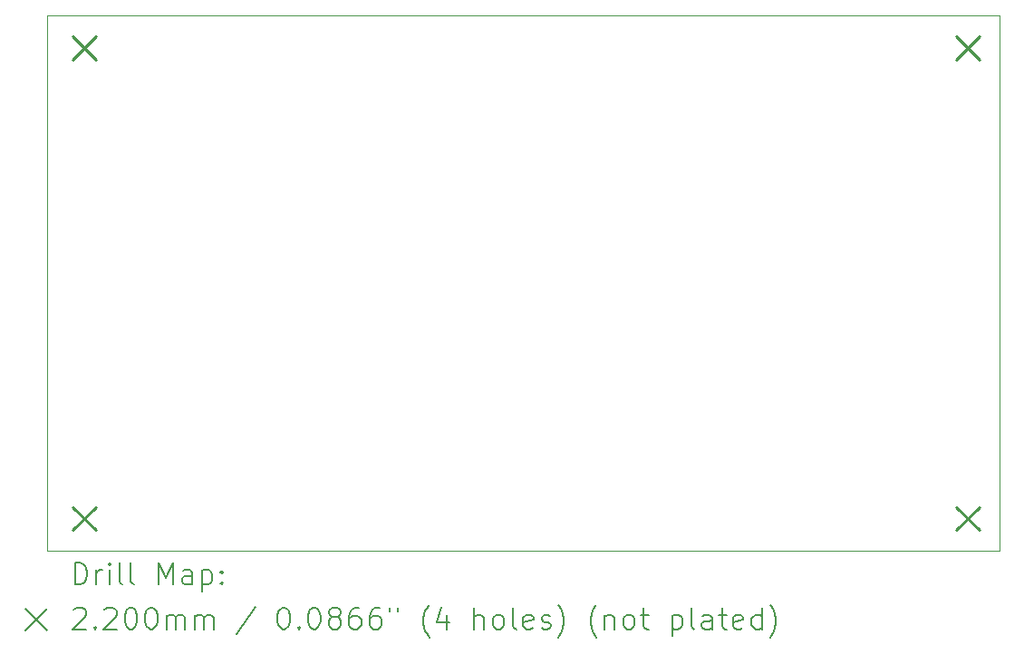
<source format=gbr>
%TF.GenerationSoftware,KiCad,Pcbnew,9.0.2*%
%TF.CreationDate,2025-06-21T01:00:04+02:00*%
%TF.ProjectId,schaltung,73636861-6c74-4756-9e67-2e6b69636164,B*%
%TF.SameCoordinates,Original*%
%TF.FileFunction,Drillmap*%
%TF.FilePolarity,Positive*%
%FSLAX45Y45*%
G04 Gerber Fmt 4.5, Leading zero omitted, Abs format (unit mm)*
G04 Created by KiCad (PCBNEW 9.0.2) date 2025-06-21 01:00:04*
%MOMM*%
%LPD*%
G01*
G04 APERTURE LIST*
%ADD10C,0.050000*%
%ADD11C,0.200000*%
%ADD12C,0.220000*%
G04 APERTURE END LIST*
D10*
X7350000Y-4900000D02*
X16250000Y-4900000D01*
X16250000Y-9900000D01*
X7350000Y-9900000D01*
X7350000Y-4900000D01*
D11*
D12*
X7590000Y-5090000D02*
X7810000Y-5310000D01*
X7810000Y-5090000D02*
X7590000Y-5310000D01*
X7590000Y-9490000D02*
X7810000Y-9710000D01*
X7810000Y-9490000D02*
X7590000Y-9710000D01*
X15840000Y-5090000D02*
X16060000Y-5310000D01*
X16060000Y-5090000D02*
X15840000Y-5310000D01*
X15840000Y-9490000D02*
X16060000Y-9710000D01*
X16060000Y-9490000D02*
X15840000Y-9710000D01*
D11*
X7608277Y-10213984D02*
X7608277Y-10013984D01*
X7608277Y-10013984D02*
X7655896Y-10013984D01*
X7655896Y-10013984D02*
X7684467Y-10023508D01*
X7684467Y-10023508D02*
X7703515Y-10042555D01*
X7703515Y-10042555D02*
X7713039Y-10061603D01*
X7713039Y-10061603D02*
X7722562Y-10099698D01*
X7722562Y-10099698D02*
X7722562Y-10128270D01*
X7722562Y-10128270D02*
X7713039Y-10166365D01*
X7713039Y-10166365D02*
X7703515Y-10185412D01*
X7703515Y-10185412D02*
X7684467Y-10204460D01*
X7684467Y-10204460D02*
X7655896Y-10213984D01*
X7655896Y-10213984D02*
X7608277Y-10213984D01*
X7808277Y-10213984D02*
X7808277Y-10080650D01*
X7808277Y-10118746D02*
X7817801Y-10099698D01*
X7817801Y-10099698D02*
X7827324Y-10090174D01*
X7827324Y-10090174D02*
X7846372Y-10080650D01*
X7846372Y-10080650D02*
X7865420Y-10080650D01*
X7932086Y-10213984D02*
X7932086Y-10080650D01*
X7932086Y-10013984D02*
X7922562Y-10023508D01*
X7922562Y-10023508D02*
X7932086Y-10033031D01*
X7932086Y-10033031D02*
X7941610Y-10023508D01*
X7941610Y-10023508D02*
X7932086Y-10013984D01*
X7932086Y-10013984D02*
X7932086Y-10033031D01*
X8055896Y-10213984D02*
X8036848Y-10204460D01*
X8036848Y-10204460D02*
X8027324Y-10185412D01*
X8027324Y-10185412D02*
X8027324Y-10013984D01*
X8160658Y-10213984D02*
X8141610Y-10204460D01*
X8141610Y-10204460D02*
X8132086Y-10185412D01*
X8132086Y-10185412D02*
X8132086Y-10013984D01*
X8389229Y-10213984D02*
X8389229Y-10013984D01*
X8389229Y-10013984D02*
X8455896Y-10156841D01*
X8455896Y-10156841D02*
X8522563Y-10013984D01*
X8522563Y-10013984D02*
X8522563Y-10213984D01*
X8703515Y-10213984D02*
X8703515Y-10109222D01*
X8703515Y-10109222D02*
X8693991Y-10090174D01*
X8693991Y-10090174D02*
X8674944Y-10080650D01*
X8674944Y-10080650D02*
X8636848Y-10080650D01*
X8636848Y-10080650D02*
X8617801Y-10090174D01*
X8703515Y-10204460D02*
X8684467Y-10213984D01*
X8684467Y-10213984D02*
X8636848Y-10213984D01*
X8636848Y-10213984D02*
X8617801Y-10204460D01*
X8617801Y-10204460D02*
X8608277Y-10185412D01*
X8608277Y-10185412D02*
X8608277Y-10166365D01*
X8608277Y-10166365D02*
X8617801Y-10147317D01*
X8617801Y-10147317D02*
X8636848Y-10137793D01*
X8636848Y-10137793D02*
X8684467Y-10137793D01*
X8684467Y-10137793D02*
X8703515Y-10128270D01*
X8798753Y-10080650D02*
X8798753Y-10280650D01*
X8798753Y-10090174D02*
X8817801Y-10080650D01*
X8817801Y-10080650D02*
X8855896Y-10080650D01*
X8855896Y-10080650D02*
X8874944Y-10090174D01*
X8874944Y-10090174D02*
X8884467Y-10099698D01*
X8884467Y-10099698D02*
X8893991Y-10118746D01*
X8893991Y-10118746D02*
X8893991Y-10175889D01*
X8893991Y-10175889D02*
X8884467Y-10194936D01*
X8884467Y-10194936D02*
X8874944Y-10204460D01*
X8874944Y-10204460D02*
X8855896Y-10213984D01*
X8855896Y-10213984D02*
X8817801Y-10213984D01*
X8817801Y-10213984D02*
X8798753Y-10204460D01*
X8979705Y-10194936D02*
X8989229Y-10204460D01*
X8989229Y-10204460D02*
X8979705Y-10213984D01*
X8979705Y-10213984D02*
X8970182Y-10204460D01*
X8970182Y-10204460D02*
X8979705Y-10194936D01*
X8979705Y-10194936D02*
X8979705Y-10213984D01*
X8979705Y-10090174D02*
X8989229Y-10099698D01*
X8989229Y-10099698D02*
X8979705Y-10109222D01*
X8979705Y-10109222D02*
X8970182Y-10099698D01*
X8970182Y-10099698D02*
X8979705Y-10090174D01*
X8979705Y-10090174D02*
X8979705Y-10109222D01*
X7147500Y-10442500D02*
X7347500Y-10642500D01*
X7347500Y-10442500D02*
X7147500Y-10642500D01*
X7598753Y-10453031D02*
X7608277Y-10443508D01*
X7608277Y-10443508D02*
X7627324Y-10433984D01*
X7627324Y-10433984D02*
X7674943Y-10433984D01*
X7674943Y-10433984D02*
X7693991Y-10443508D01*
X7693991Y-10443508D02*
X7703515Y-10453031D01*
X7703515Y-10453031D02*
X7713039Y-10472079D01*
X7713039Y-10472079D02*
X7713039Y-10491127D01*
X7713039Y-10491127D02*
X7703515Y-10519698D01*
X7703515Y-10519698D02*
X7589229Y-10633984D01*
X7589229Y-10633984D02*
X7713039Y-10633984D01*
X7798753Y-10614936D02*
X7808277Y-10624460D01*
X7808277Y-10624460D02*
X7798753Y-10633984D01*
X7798753Y-10633984D02*
X7789229Y-10624460D01*
X7789229Y-10624460D02*
X7798753Y-10614936D01*
X7798753Y-10614936D02*
X7798753Y-10633984D01*
X7884467Y-10453031D02*
X7893991Y-10443508D01*
X7893991Y-10443508D02*
X7913039Y-10433984D01*
X7913039Y-10433984D02*
X7960658Y-10433984D01*
X7960658Y-10433984D02*
X7979705Y-10443508D01*
X7979705Y-10443508D02*
X7989229Y-10453031D01*
X7989229Y-10453031D02*
X7998753Y-10472079D01*
X7998753Y-10472079D02*
X7998753Y-10491127D01*
X7998753Y-10491127D02*
X7989229Y-10519698D01*
X7989229Y-10519698D02*
X7874943Y-10633984D01*
X7874943Y-10633984D02*
X7998753Y-10633984D01*
X8122562Y-10433984D02*
X8141610Y-10433984D01*
X8141610Y-10433984D02*
X8160658Y-10443508D01*
X8160658Y-10443508D02*
X8170182Y-10453031D01*
X8170182Y-10453031D02*
X8179705Y-10472079D01*
X8179705Y-10472079D02*
X8189229Y-10510174D01*
X8189229Y-10510174D02*
X8189229Y-10557793D01*
X8189229Y-10557793D02*
X8179705Y-10595889D01*
X8179705Y-10595889D02*
X8170182Y-10614936D01*
X8170182Y-10614936D02*
X8160658Y-10624460D01*
X8160658Y-10624460D02*
X8141610Y-10633984D01*
X8141610Y-10633984D02*
X8122562Y-10633984D01*
X8122562Y-10633984D02*
X8103515Y-10624460D01*
X8103515Y-10624460D02*
X8093991Y-10614936D01*
X8093991Y-10614936D02*
X8084467Y-10595889D01*
X8084467Y-10595889D02*
X8074943Y-10557793D01*
X8074943Y-10557793D02*
X8074943Y-10510174D01*
X8074943Y-10510174D02*
X8084467Y-10472079D01*
X8084467Y-10472079D02*
X8093991Y-10453031D01*
X8093991Y-10453031D02*
X8103515Y-10443508D01*
X8103515Y-10443508D02*
X8122562Y-10433984D01*
X8313039Y-10433984D02*
X8332086Y-10433984D01*
X8332086Y-10433984D02*
X8351134Y-10443508D01*
X8351134Y-10443508D02*
X8360658Y-10453031D01*
X8360658Y-10453031D02*
X8370182Y-10472079D01*
X8370182Y-10472079D02*
X8379705Y-10510174D01*
X8379705Y-10510174D02*
X8379705Y-10557793D01*
X8379705Y-10557793D02*
X8370182Y-10595889D01*
X8370182Y-10595889D02*
X8360658Y-10614936D01*
X8360658Y-10614936D02*
X8351134Y-10624460D01*
X8351134Y-10624460D02*
X8332086Y-10633984D01*
X8332086Y-10633984D02*
X8313039Y-10633984D01*
X8313039Y-10633984D02*
X8293991Y-10624460D01*
X8293991Y-10624460D02*
X8284467Y-10614936D01*
X8284467Y-10614936D02*
X8274943Y-10595889D01*
X8274943Y-10595889D02*
X8265420Y-10557793D01*
X8265420Y-10557793D02*
X8265420Y-10510174D01*
X8265420Y-10510174D02*
X8274943Y-10472079D01*
X8274943Y-10472079D02*
X8284467Y-10453031D01*
X8284467Y-10453031D02*
X8293991Y-10443508D01*
X8293991Y-10443508D02*
X8313039Y-10433984D01*
X8465420Y-10633984D02*
X8465420Y-10500650D01*
X8465420Y-10519698D02*
X8474944Y-10510174D01*
X8474944Y-10510174D02*
X8493991Y-10500650D01*
X8493991Y-10500650D02*
X8522563Y-10500650D01*
X8522563Y-10500650D02*
X8541610Y-10510174D01*
X8541610Y-10510174D02*
X8551134Y-10529222D01*
X8551134Y-10529222D02*
X8551134Y-10633984D01*
X8551134Y-10529222D02*
X8560658Y-10510174D01*
X8560658Y-10510174D02*
X8579705Y-10500650D01*
X8579705Y-10500650D02*
X8608277Y-10500650D01*
X8608277Y-10500650D02*
X8627325Y-10510174D01*
X8627325Y-10510174D02*
X8636848Y-10529222D01*
X8636848Y-10529222D02*
X8636848Y-10633984D01*
X8732086Y-10633984D02*
X8732086Y-10500650D01*
X8732086Y-10519698D02*
X8741610Y-10510174D01*
X8741610Y-10510174D02*
X8760658Y-10500650D01*
X8760658Y-10500650D02*
X8789229Y-10500650D01*
X8789229Y-10500650D02*
X8808277Y-10510174D01*
X8808277Y-10510174D02*
X8817801Y-10529222D01*
X8817801Y-10529222D02*
X8817801Y-10633984D01*
X8817801Y-10529222D02*
X8827325Y-10510174D01*
X8827325Y-10510174D02*
X8846372Y-10500650D01*
X8846372Y-10500650D02*
X8874944Y-10500650D01*
X8874944Y-10500650D02*
X8893991Y-10510174D01*
X8893991Y-10510174D02*
X8903515Y-10529222D01*
X8903515Y-10529222D02*
X8903515Y-10633984D01*
X9293991Y-10424460D02*
X9122563Y-10681603D01*
X9551134Y-10433984D02*
X9570182Y-10433984D01*
X9570182Y-10433984D02*
X9589229Y-10443508D01*
X9589229Y-10443508D02*
X9598753Y-10453031D01*
X9598753Y-10453031D02*
X9608277Y-10472079D01*
X9608277Y-10472079D02*
X9617801Y-10510174D01*
X9617801Y-10510174D02*
X9617801Y-10557793D01*
X9617801Y-10557793D02*
X9608277Y-10595889D01*
X9608277Y-10595889D02*
X9598753Y-10614936D01*
X9598753Y-10614936D02*
X9589229Y-10624460D01*
X9589229Y-10624460D02*
X9570182Y-10633984D01*
X9570182Y-10633984D02*
X9551134Y-10633984D01*
X9551134Y-10633984D02*
X9532087Y-10624460D01*
X9532087Y-10624460D02*
X9522563Y-10614936D01*
X9522563Y-10614936D02*
X9513039Y-10595889D01*
X9513039Y-10595889D02*
X9503515Y-10557793D01*
X9503515Y-10557793D02*
X9503515Y-10510174D01*
X9503515Y-10510174D02*
X9513039Y-10472079D01*
X9513039Y-10472079D02*
X9522563Y-10453031D01*
X9522563Y-10453031D02*
X9532087Y-10443508D01*
X9532087Y-10443508D02*
X9551134Y-10433984D01*
X9703515Y-10614936D02*
X9713039Y-10624460D01*
X9713039Y-10624460D02*
X9703515Y-10633984D01*
X9703515Y-10633984D02*
X9693991Y-10624460D01*
X9693991Y-10624460D02*
X9703515Y-10614936D01*
X9703515Y-10614936D02*
X9703515Y-10633984D01*
X9836848Y-10433984D02*
X9855896Y-10433984D01*
X9855896Y-10433984D02*
X9874944Y-10443508D01*
X9874944Y-10443508D02*
X9884468Y-10453031D01*
X9884468Y-10453031D02*
X9893991Y-10472079D01*
X9893991Y-10472079D02*
X9903515Y-10510174D01*
X9903515Y-10510174D02*
X9903515Y-10557793D01*
X9903515Y-10557793D02*
X9893991Y-10595889D01*
X9893991Y-10595889D02*
X9884468Y-10614936D01*
X9884468Y-10614936D02*
X9874944Y-10624460D01*
X9874944Y-10624460D02*
X9855896Y-10633984D01*
X9855896Y-10633984D02*
X9836848Y-10633984D01*
X9836848Y-10633984D02*
X9817801Y-10624460D01*
X9817801Y-10624460D02*
X9808277Y-10614936D01*
X9808277Y-10614936D02*
X9798753Y-10595889D01*
X9798753Y-10595889D02*
X9789229Y-10557793D01*
X9789229Y-10557793D02*
X9789229Y-10510174D01*
X9789229Y-10510174D02*
X9798753Y-10472079D01*
X9798753Y-10472079D02*
X9808277Y-10453031D01*
X9808277Y-10453031D02*
X9817801Y-10443508D01*
X9817801Y-10443508D02*
X9836848Y-10433984D01*
X10017801Y-10519698D02*
X9998753Y-10510174D01*
X9998753Y-10510174D02*
X9989229Y-10500650D01*
X9989229Y-10500650D02*
X9979706Y-10481603D01*
X9979706Y-10481603D02*
X9979706Y-10472079D01*
X9979706Y-10472079D02*
X9989229Y-10453031D01*
X9989229Y-10453031D02*
X9998753Y-10443508D01*
X9998753Y-10443508D02*
X10017801Y-10433984D01*
X10017801Y-10433984D02*
X10055896Y-10433984D01*
X10055896Y-10433984D02*
X10074944Y-10443508D01*
X10074944Y-10443508D02*
X10084468Y-10453031D01*
X10084468Y-10453031D02*
X10093991Y-10472079D01*
X10093991Y-10472079D02*
X10093991Y-10481603D01*
X10093991Y-10481603D02*
X10084468Y-10500650D01*
X10084468Y-10500650D02*
X10074944Y-10510174D01*
X10074944Y-10510174D02*
X10055896Y-10519698D01*
X10055896Y-10519698D02*
X10017801Y-10519698D01*
X10017801Y-10519698D02*
X9998753Y-10529222D01*
X9998753Y-10529222D02*
X9989229Y-10538746D01*
X9989229Y-10538746D02*
X9979706Y-10557793D01*
X9979706Y-10557793D02*
X9979706Y-10595889D01*
X9979706Y-10595889D02*
X9989229Y-10614936D01*
X9989229Y-10614936D02*
X9998753Y-10624460D01*
X9998753Y-10624460D02*
X10017801Y-10633984D01*
X10017801Y-10633984D02*
X10055896Y-10633984D01*
X10055896Y-10633984D02*
X10074944Y-10624460D01*
X10074944Y-10624460D02*
X10084468Y-10614936D01*
X10084468Y-10614936D02*
X10093991Y-10595889D01*
X10093991Y-10595889D02*
X10093991Y-10557793D01*
X10093991Y-10557793D02*
X10084468Y-10538746D01*
X10084468Y-10538746D02*
X10074944Y-10529222D01*
X10074944Y-10529222D02*
X10055896Y-10519698D01*
X10265420Y-10433984D02*
X10227325Y-10433984D01*
X10227325Y-10433984D02*
X10208277Y-10443508D01*
X10208277Y-10443508D02*
X10198753Y-10453031D01*
X10198753Y-10453031D02*
X10179706Y-10481603D01*
X10179706Y-10481603D02*
X10170182Y-10519698D01*
X10170182Y-10519698D02*
X10170182Y-10595889D01*
X10170182Y-10595889D02*
X10179706Y-10614936D01*
X10179706Y-10614936D02*
X10189229Y-10624460D01*
X10189229Y-10624460D02*
X10208277Y-10633984D01*
X10208277Y-10633984D02*
X10246372Y-10633984D01*
X10246372Y-10633984D02*
X10265420Y-10624460D01*
X10265420Y-10624460D02*
X10274944Y-10614936D01*
X10274944Y-10614936D02*
X10284468Y-10595889D01*
X10284468Y-10595889D02*
X10284468Y-10548270D01*
X10284468Y-10548270D02*
X10274944Y-10529222D01*
X10274944Y-10529222D02*
X10265420Y-10519698D01*
X10265420Y-10519698D02*
X10246372Y-10510174D01*
X10246372Y-10510174D02*
X10208277Y-10510174D01*
X10208277Y-10510174D02*
X10189229Y-10519698D01*
X10189229Y-10519698D02*
X10179706Y-10529222D01*
X10179706Y-10529222D02*
X10170182Y-10548270D01*
X10455896Y-10433984D02*
X10417801Y-10433984D01*
X10417801Y-10433984D02*
X10398753Y-10443508D01*
X10398753Y-10443508D02*
X10389229Y-10453031D01*
X10389229Y-10453031D02*
X10370182Y-10481603D01*
X10370182Y-10481603D02*
X10360658Y-10519698D01*
X10360658Y-10519698D02*
X10360658Y-10595889D01*
X10360658Y-10595889D02*
X10370182Y-10614936D01*
X10370182Y-10614936D02*
X10379706Y-10624460D01*
X10379706Y-10624460D02*
X10398753Y-10633984D01*
X10398753Y-10633984D02*
X10436849Y-10633984D01*
X10436849Y-10633984D02*
X10455896Y-10624460D01*
X10455896Y-10624460D02*
X10465420Y-10614936D01*
X10465420Y-10614936D02*
X10474944Y-10595889D01*
X10474944Y-10595889D02*
X10474944Y-10548270D01*
X10474944Y-10548270D02*
X10465420Y-10529222D01*
X10465420Y-10529222D02*
X10455896Y-10519698D01*
X10455896Y-10519698D02*
X10436849Y-10510174D01*
X10436849Y-10510174D02*
X10398753Y-10510174D01*
X10398753Y-10510174D02*
X10379706Y-10519698D01*
X10379706Y-10519698D02*
X10370182Y-10529222D01*
X10370182Y-10529222D02*
X10360658Y-10548270D01*
X10551134Y-10433984D02*
X10551134Y-10472079D01*
X10627325Y-10433984D02*
X10627325Y-10472079D01*
X10922563Y-10710174D02*
X10913039Y-10700650D01*
X10913039Y-10700650D02*
X10893991Y-10672079D01*
X10893991Y-10672079D02*
X10884468Y-10653031D01*
X10884468Y-10653031D02*
X10874944Y-10624460D01*
X10874944Y-10624460D02*
X10865420Y-10576841D01*
X10865420Y-10576841D02*
X10865420Y-10538746D01*
X10865420Y-10538746D02*
X10874944Y-10491127D01*
X10874944Y-10491127D02*
X10884468Y-10462555D01*
X10884468Y-10462555D02*
X10893991Y-10443508D01*
X10893991Y-10443508D02*
X10913039Y-10414936D01*
X10913039Y-10414936D02*
X10922563Y-10405412D01*
X11084468Y-10500650D02*
X11084468Y-10633984D01*
X11036849Y-10424460D02*
X10989230Y-10567317D01*
X10989230Y-10567317D02*
X11113039Y-10567317D01*
X11341610Y-10633984D02*
X11341610Y-10433984D01*
X11427325Y-10633984D02*
X11427325Y-10529222D01*
X11427325Y-10529222D02*
X11417801Y-10510174D01*
X11417801Y-10510174D02*
X11398753Y-10500650D01*
X11398753Y-10500650D02*
X11370182Y-10500650D01*
X11370182Y-10500650D02*
X11351134Y-10510174D01*
X11351134Y-10510174D02*
X11341610Y-10519698D01*
X11551134Y-10633984D02*
X11532087Y-10624460D01*
X11532087Y-10624460D02*
X11522563Y-10614936D01*
X11522563Y-10614936D02*
X11513039Y-10595889D01*
X11513039Y-10595889D02*
X11513039Y-10538746D01*
X11513039Y-10538746D02*
X11522563Y-10519698D01*
X11522563Y-10519698D02*
X11532087Y-10510174D01*
X11532087Y-10510174D02*
X11551134Y-10500650D01*
X11551134Y-10500650D02*
X11579706Y-10500650D01*
X11579706Y-10500650D02*
X11598753Y-10510174D01*
X11598753Y-10510174D02*
X11608277Y-10519698D01*
X11608277Y-10519698D02*
X11617801Y-10538746D01*
X11617801Y-10538746D02*
X11617801Y-10595889D01*
X11617801Y-10595889D02*
X11608277Y-10614936D01*
X11608277Y-10614936D02*
X11598753Y-10624460D01*
X11598753Y-10624460D02*
X11579706Y-10633984D01*
X11579706Y-10633984D02*
X11551134Y-10633984D01*
X11732087Y-10633984D02*
X11713039Y-10624460D01*
X11713039Y-10624460D02*
X11703515Y-10605412D01*
X11703515Y-10605412D02*
X11703515Y-10433984D01*
X11884468Y-10624460D02*
X11865420Y-10633984D01*
X11865420Y-10633984D02*
X11827325Y-10633984D01*
X11827325Y-10633984D02*
X11808277Y-10624460D01*
X11808277Y-10624460D02*
X11798753Y-10605412D01*
X11798753Y-10605412D02*
X11798753Y-10529222D01*
X11798753Y-10529222D02*
X11808277Y-10510174D01*
X11808277Y-10510174D02*
X11827325Y-10500650D01*
X11827325Y-10500650D02*
X11865420Y-10500650D01*
X11865420Y-10500650D02*
X11884468Y-10510174D01*
X11884468Y-10510174D02*
X11893991Y-10529222D01*
X11893991Y-10529222D02*
X11893991Y-10548270D01*
X11893991Y-10548270D02*
X11798753Y-10567317D01*
X11970182Y-10624460D02*
X11989230Y-10633984D01*
X11989230Y-10633984D02*
X12027325Y-10633984D01*
X12027325Y-10633984D02*
X12046372Y-10624460D01*
X12046372Y-10624460D02*
X12055896Y-10605412D01*
X12055896Y-10605412D02*
X12055896Y-10595889D01*
X12055896Y-10595889D02*
X12046372Y-10576841D01*
X12046372Y-10576841D02*
X12027325Y-10567317D01*
X12027325Y-10567317D02*
X11998753Y-10567317D01*
X11998753Y-10567317D02*
X11979706Y-10557793D01*
X11979706Y-10557793D02*
X11970182Y-10538746D01*
X11970182Y-10538746D02*
X11970182Y-10529222D01*
X11970182Y-10529222D02*
X11979706Y-10510174D01*
X11979706Y-10510174D02*
X11998753Y-10500650D01*
X11998753Y-10500650D02*
X12027325Y-10500650D01*
X12027325Y-10500650D02*
X12046372Y-10510174D01*
X12122563Y-10710174D02*
X12132087Y-10700650D01*
X12132087Y-10700650D02*
X12151134Y-10672079D01*
X12151134Y-10672079D02*
X12160658Y-10653031D01*
X12160658Y-10653031D02*
X12170182Y-10624460D01*
X12170182Y-10624460D02*
X12179706Y-10576841D01*
X12179706Y-10576841D02*
X12179706Y-10538746D01*
X12179706Y-10538746D02*
X12170182Y-10491127D01*
X12170182Y-10491127D02*
X12160658Y-10462555D01*
X12160658Y-10462555D02*
X12151134Y-10443508D01*
X12151134Y-10443508D02*
X12132087Y-10414936D01*
X12132087Y-10414936D02*
X12122563Y-10405412D01*
X12484468Y-10710174D02*
X12474944Y-10700650D01*
X12474944Y-10700650D02*
X12455896Y-10672079D01*
X12455896Y-10672079D02*
X12446372Y-10653031D01*
X12446372Y-10653031D02*
X12436849Y-10624460D01*
X12436849Y-10624460D02*
X12427325Y-10576841D01*
X12427325Y-10576841D02*
X12427325Y-10538746D01*
X12427325Y-10538746D02*
X12436849Y-10491127D01*
X12436849Y-10491127D02*
X12446372Y-10462555D01*
X12446372Y-10462555D02*
X12455896Y-10443508D01*
X12455896Y-10443508D02*
X12474944Y-10414936D01*
X12474944Y-10414936D02*
X12484468Y-10405412D01*
X12560658Y-10500650D02*
X12560658Y-10633984D01*
X12560658Y-10519698D02*
X12570182Y-10510174D01*
X12570182Y-10510174D02*
X12589230Y-10500650D01*
X12589230Y-10500650D02*
X12617801Y-10500650D01*
X12617801Y-10500650D02*
X12636849Y-10510174D01*
X12636849Y-10510174D02*
X12646372Y-10529222D01*
X12646372Y-10529222D02*
X12646372Y-10633984D01*
X12770182Y-10633984D02*
X12751134Y-10624460D01*
X12751134Y-10624460D02*
X12741611Y-10614936D01*
X12741611Y-10614936D02*
X12732087Y-10595889D01*
X12732087Y-10595889D02*
X12732087Y-10538746D01*
X12732087Y-10538746D02*
X12741611Y-10519698D01*
X12741611Y-10519698D02*
X12751134Y-10510174D01*
X12751134Y-10510174D02*
X12770182Y-10500650D01*
X12770182Y-10500650D02*
X12798753Y-10500650D01*
X12798753Y-10500650D02*
X12817801Y-10510174D01*
X12817801Y-10510174D02*
X12827325Y-10519698D01*
X12827325Y-10519698D02*
X12836849Y-10538746D01*
X12836849Y-10538746D02*
X12836849Y-10595889D01*
X12836849Y-10595889D02*
X12827325Y-10614936D01*
X12827325Y-10614936D02*
X12817801Y-10624460D01*
X12817801Y-10624460D02*
X12798753Y-10633984D01*
X12798753Y-10633984D02*
X12770182Y-10633984D01*
X12893992Y-10500650D02*
X12970182Y-10500650D01*
X12922563Y-10433984D02*
X12922563Y-10605412D01*
X12922563Y-10605412D02*
X12932087Y-10624460D01*
X12932087Y-10624460D02*
X12951134Y-10633984D01*
X12951134Y-10633984D02*
X12970182Y-10633984D01*
X13189230Y-10500650D02*
X13189230Y-10700650D01*
X13189230Y-10510174D02*
X13208277Y-10500650D01*
X13208277Y-10500650D02*
X13246373Y-10500650D01*
X13246373Y-10500650D02*
X13265420Y-10510174D01*
X13265420Y-10510174D02*
X13274944Y-10519698D01*
X13274944Y-10519698D02*
X13284468Y-10538746D01*
X13284468Y-10538746D02*
X13284468Y-10595889D01*
X13284468Y-10595889D02*
X13274944Y-10614936D01*
X13274944Y-10614936D02*
X13265420Y-10624460D01*
X13265420Y-10624460D02*
X13246373Y-10633984D01*
X13246373Y-10633984D02*
X13208277Y-10633984D01*
X13208277Y-10633984D02*
X13189230Y-10624460D01*
X13398753Y-10633984D02*
X13379706Y-10624460D01*
X13379706Y-10624460D02*
X13370182Y-10605412D01*
X13370182Y-10605412D02*
X13370182Y-10433984D01*
X13560658Y-10633984D02*
X13560658Y-10529222D01*
X13560658Y-10529222D02*
X13551134Y-10510174D01*
X13551134Y-10510174D02*
X13532087Y-10500650D01*
X13532087Y-10500650D02*
X13493992Y-10500650D01*
X13493992Y-10500650D02*
X13474944Y-10510174D01*
X13560658Y-10624460D02*
X13541611Y-10633984D01*
X13541611Y-10633984D02*
X13493992Y-10633984D01*
X13493992Y-10633984D02*
X13474944Y-10624460D01*
X13474944Y-10624460D02*
X13465420Y-10605412D01*
X13465420Y-10605412D02*
X13465420Y-10586365D01*
X13465420Y-10586365D02*
X13474944Y-10567317D01*
X13474944Y-10567317D02*
X13493992Y-10557793D01*
X13493992Y-10557793D02*
X13541611Y-10557793D01*
X13541611Y-10557793D02*
X13560658Y-10548270D01*
X13627325Y-10500650D02*
X13703515Y-10500650D01*
X13655896Y-10433984D02*
X13655896Y-10605412D01*
X13655896Y-10605412D02*
X13665420Y-10624460D01*
X13665420Y-10624460D02*
X13684468Y-10633984D01*
X13684468Y-10633984D02*
X13703515Y-10633984D01*
X13846373Y-10624460D02*
X13827325Y-10633984D01*
X13827325Y-10633984D02*
X13789230Y-10633984D01*
X13789230Y-10633984D02*
X13770182Y-10624460D01*
X13770182Y-10624460D02*
X13760658Y-10605412D01*
X13760658Y-10605412D02*
X13760658Y-10529222D01*
X13760658Y-10529222D02*
X13770182Y-10510174D01*
X13770182Y-10510174D02*
X13789230Y-10500650D01*
X13789230Y-10500650D02*
X13827325Y-10500650D01*
X13827325Y-10500650D02*
X13846373Y-10510174D01*
X13846373Y-10510174D02*
X13855896Y-10529222D01*
X13855896Y-10529222D02*
X13855896Y-10548270D01*
X13855896Y-10548270D02*
X13760658Y-10567317D01*
X14027325Y-10633984D02*
X14027325Y-10433984D01*
X14027325Y-10624460D02*
X14008277Y-10633984D01*
X14008277Y-10633984D02*
X13970182Y-10633984D01*
X13970182Y-10633984D02*
X13951134Y-10624460D01*
X13951134Y-10624460D02*
X13941611Y-10614936D01*
X13941611Y-10614936D02*
X13932087Y-10595889D01*
X13932087Y-10595889D02*
X13932087Y-10538746D01*
X13932087Y-10538746D02*
X13941611Y-10519698D01*
X13941611Y-10519698D02*
X13951134Y-10510174D01*
X13951134Y-10510174D02*
X13970182Y-10500650D01*
X13970182Y-10500650D02*
X14008277Y-10500650D01*
X14008277Y-10500650D02*
X14027325Y-10510174D01*
X14103515Y-10710174D02*
X14113039Y-10700650D01*
X14113039Y-10700650D02*
X14132087Y-10672079D01*
X14132087Y-10672079D02*
X14141611Y-10653031D01*
X14141611Y-10653031D02*
X14151134Y-10624460D01*
X14151134Y-10624460D02*
X14160658Y-10576841D01*
X14160658Y-10576841D02*
X14160658Y-10538746D01*
X14160658Y-10538746D02*
X14151134Y-10491127D01*
X14151134Y-10491127D02*
X14141611Y-10462555D01*
X14141611Y-10462555D02*
X14132087Y-10443508D01*
X14132087Y-10443508D02*
X14113039Y-10414936D01*
X14113039Y-10414936D02*
X14103515Y-10405412D01*
M02*

</source>
